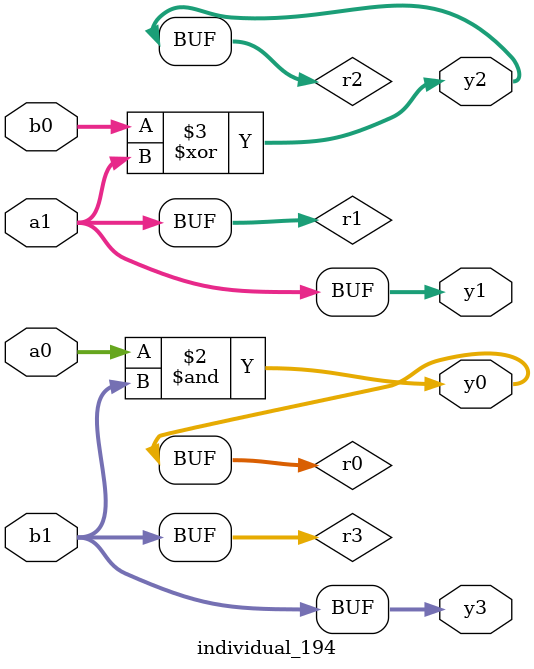
<source format=sv>
module individual_194(input logic [15:0] a1, input logic [15:0] a0, input logic [15:0] b1, input logic [15:0] b0, output logic [15:0] y3, output logic [15:0] y2, output logic [15:0] y1, output logic [15:0] y0);
logic [15:0] r0, r1, r2, r3; 
 always@(*) begin 
	 r0 = a0; r1 = a1; r2 = b0; r3 = b1; 
 	 r0  &=  b1 ;
 	 r2  ^=  r1 ;
 	 y3 = r3; y2 = r2; y1 = r1; y0 = r0; 
end
endmodule
</source>
